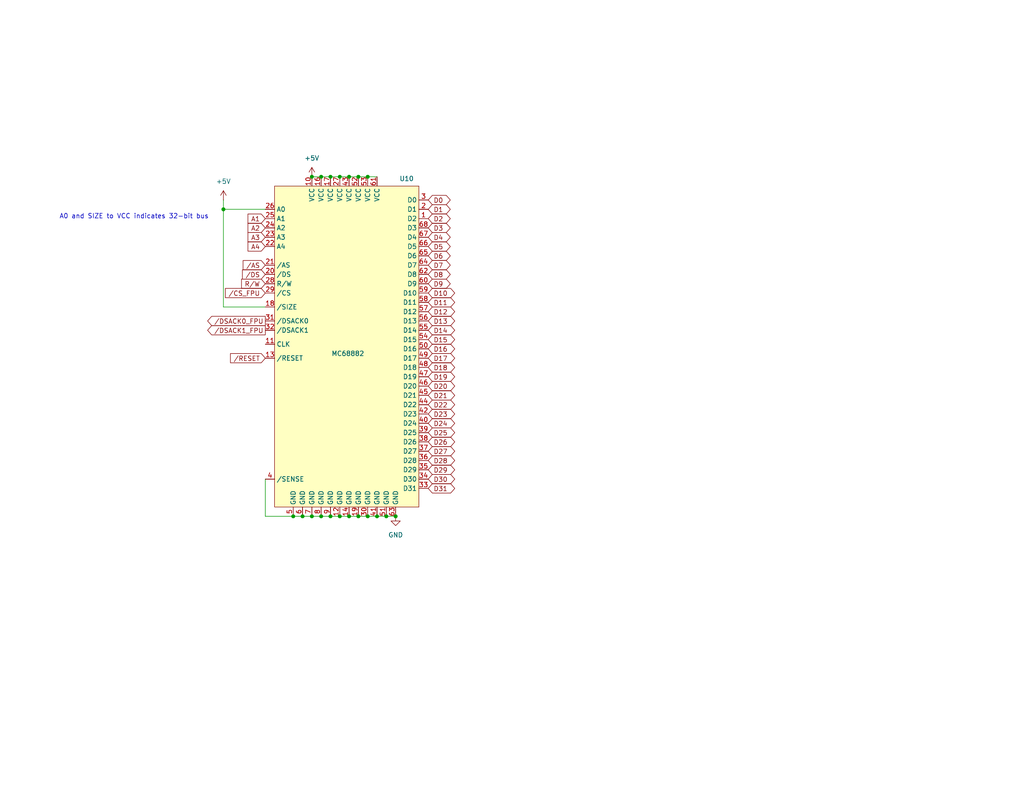
<source format=kicad_sch>
(kicad_sch (version 20231120) (generator "eeschema") (generator_version "8.0")
  (paper "A")
  (title_block (title "Mackerel-30 Proto") (date "2024-10-05") (rev "1.0") (company "Colin Maykish"))
  (lib_symbols
    (symbol "mackerel-68k-symbols:MC68882"
      (property "Reference" "U" (at 15.494 48.006 0))
      (property "Value" "MC68882" (at 1.016 2.54 0))
      (symbol "MC68882_1_1"
        (rectangle (start -19.05 45.72) (end 20.32 -41.91) (fill (type background)))
        (pin input line (at 22.86 36.83 180) (length 2.54) (name "D2") (number "1"))
        (pin input line (at -8.89 48.26 270) (length 2.54) (name "VCC") (number "10"))
        (pin input line (at -21.59 2.54 0) (length 2.54) (name "CLK") (number "11"))
        (pin input line (at -1.27 -44.45 90) (length 2.54) (name "GND") (number "12"))
        (pin input line (at -21.59 -1.27 0) (length 2.54) (name "/RESET") (number "13"))
        (pin input line (at 1.27 -44.45 90) (length 2.54) (name "GND") (number "14"))
        (pin no_connect line (at -21.59 -30.48 0) (length 2.54) hide (name "NC") (number "15"))
        (pin input line (at -6.35 48.26 270) (length 2.54) (name "VCC") (number "16"))
        (pin input line (at -3.81 48.26 270) (length 2.54) (name "VCC") (number "17"))
        (pin input line (at -21.59 12.7 0) (length 2.54) (name "/SIZE") (number "18"))
        (pin input line (at 3.81 -44.45 90) (length 2.54) (name "GND") (number "19"))
        (pin input line (at 22.86 39.37 180) (length 2.54) (name "D1") (number "2"))
        (pin input line (at -21.59 21.59 0) (length 2.54) (name "/DS") (number "20"))
        (pin input line (at -21.59 24.13 0) (length 2.54) (name "/AS") (number "21"))
        (pin input line (at -21.59 29.21 0) (length 2.54) (name "A4") (number "22"))
        (pin input line (at -21.59 31.75 0) (length 2.54) (name "A3") (number "23"))
        (pin input line (at -21.59 34.29 0) (length 2.54) (name "A2") (number "24"))
        (pin input line (at -21.59 36.83 0) (length 2.54) (name "A1") (number "25"))
        (pin input line (at -21.59 39.37 0) (length 2.54) (name "A0") (number "26"))
        (pin input line (at -1.27 48.26 270) (length 2.54) (name "VCC") (number "27"))
        (pin input line (at -21.59 19.05 0) (length 2.54) (name "R/W") (number "28"))
        (pin input line (at -21.59 16.51 0) (length 2.54) (name "/CS") (number "29"))
        (pin input line (at 22.86 41.91 180) (length 2.54) (name "D0") (number "3"))
        (pin input line (at 6.35 -44.45 90) (length 2.54) (name "GND") (number "30"))
        (pin output line (at -21.59 8.89 0) (length 2.54) (name "/DSACK0") (number "31"))
        (pin output line (at -21.59 6.35 0) (length 2.54) (name "/DSACK1") (number "32"))
        (pin input line (at 22.86 -36.83 180) (length 2.54) (name "D31") (number "33"))
        (pin input line (at 22.86 -34.29 180) (length 2.54) (name "D30") (number "34"))
        (pin input line (at 22.86 -31.75 180) (length 2.54) (name "D29") (number "35"))
        (pin input line (at 22.86 -29.21 180) (length 2.54) (name "D28") (number "36"))
        (pin input line (at 22.86 -26.67 180) (length 2.54) (name "D27") (number "37"))
        (pin input line (at 22.86 -24.13 180) (length 2.54) (name "D26") (number "38"))
        (pin input line (at 22.86 -21.59 180) (length 2.54) (name "D25") (number "39"))
        (pin input line (at -21.59 -34.29 0) (length 2.54) (name "/SENSE") (number "4"))
        (pin input line (at 22.86 -19.05 180) (length 2.54) (name "D24") (number "40"))
        (pin input line (at 8.89 -44.45 90) (length 2.54) (name "GND") (number "41"))
        (pin input line (at 22.86 -16.51 180) (length 2.54) (name "D23") (number "42"))
        (pin input line (at 1.27 48.26 270) (length 2.54) (name "VCC") (number "43"))
        (pin input line (at 22.86 -13.97 180) (length 2.54) (name "D22") (number "44"))
        (pin input line (at 22.86 -11.43 180) (length 2.54) (name "D21") (number "45"))
        (pin input line (at 22.86 -8.89 180) (length 2.54) (name "D20") (number "46"))
        (pin input line (at 22.86 -6.35 180) (length 2.54) (name "D19") (number "47"))
        (pin input line (at 22.86 -3.81 180) (length 2.54) (name "D18") (number "48"))
        (pin input line (at 22.86 -1.27 180) (length 2.54) (name "D17") (number "49"))
        (pin input line (at -13.97 -44.45 90) (length 2.54) (name "GND") (number "5"))
        (pin input line (at 22.86 1.27 180) (length 2.54) (name "D16") (number "50"))
        (pin input line (at 11.43 -44.45 90) (length 2.54) (name "GND") (number "51"))
        (pin input line (at 3.81 48.26 270) (length 2.54) (name "VCC") (number "52"))
        (pin input line (at 6.35 48.26 270) (length 2.54) (name "VCC") (number "53"))
        (pin input line (at 22.86 3.81 180) (length 2.54) (name "D15") (number "54"))
        (pin input line (at 22.86 6.35 180) (length 2.54) (name "D14") (number "55"))
        (pin input line (at 22.86 8.89 180) (length 2.54) (name "D13") (number "56"))
        (pin input line (at 22.86 11.43 180) (length 2.54) (name "D12") (number "57"))
        (pin input line (at 22.86 13.97 180) (length 2.54) (name "D11") (number "58"))
        (pin input line (at 22.86 16.51 180) (length 2.54) (name "D10") (number "59"))
        (pin input line (at -11.43 -44.45 90) (length 2.54) (name "GND") (number "6"))
        (pin input line (at 22.86 19.05 180) (length 2.54) (name "D9") (number "60"))
        (pin input line (at 8.89 48.26 270) (length 2.54) (name "VCC") (number "61"))
        (pin input line (at 22.86 21.59 180) (length 2.54) (name "D8") (number "62"))
        (pin input line (at 13.97 -44.45 90) (length 2.54) (name "GND") (number "63"))
        (pin input line (at 22.86 24.13 180) (length 2.54) (name "D7") (number "64"))
        (pin input line (at 22.86 26.67 180) (length 2.54) (name "D6") (number "65"))
        (pin input line (at 22.86 29.21 180) (length 2.54) (name "D5") (number "66"))
        (pin input line (at 22.86 31.75 180) (length 2.54) (name "D4") (number "67"))
        (pin input line (at 22.86 34.29 180) (length 2.54) (name "D3") (number "68"))
        (pin input line (at -8.89 -44.45 90) (length 2.54) (name "GND") (number "7"))
        (pin input line (at -6.35 -44.45 90) (length 2.54) (name "GND") (number "8"))
        (pin input line (at -3.81 -44.45 90) (length 2.54) (name "GND") (number "9"))
      )
    )
    (symbol "power:+5V" (power) (pin_numbers hide) (pin_names (offset 0) hide)
      (property "Value" "+5V" (at 0 3.556 0))
      (symbol "+5V_0_1"
        (polyline (pts (xy -0.762 1.27) (xy 0 2.54)))
        (polyline (pts (xy 0 0) (xy 0 2.54)))
        (polyline (pts (xy 0 2.54) (xy 0.762 1.27)))
      )
      (symbol "+5V_1_1"
        (pin power_in line (at 0 0 90) (length 0) (name "~") (number "1"))
      )
    )
    (symbol "power:GND" (power) (pin_numbers hide) (pin_names (offset 0) hide)
      (property "Value" "GND" (at 0 -3.81 0))
      (symbol "GND_0_1"
        (polyline (pts (xy 0 0) (xy 0 -1.27) (xy 1.27 -1.27) (xy 0 -2.54) (xy -1.27 -1.27) (xy 0 -1.27)))
      )
      (symbol "GND_1_1"
        (pin power_in line (at 0 0 270) (length 0) (name "~") (number "1"))
      )
    )
  )
  (junction (at 87.63 48.26))
  (junction (at 102.87 140.97))
  (junction (at 92.71 140.97))
  (junction (at 85.09 140.97))
  (junction (at 82.55 140.97))
  (junction (at 100.33 48.26))
  (junction (at 105.41 140.97))
  (junction (at 95.25 140.97))
  (junction (at 107.95 140.97))
  (junction (at 92.71 48.26))
  (junction (at 95.25 48.26))
  (junction (at 80.01 140.97))
  (junction (at 85.09 48.26))
  (junction (at 60.96 57.15))
  (junction (at 87.63 140.97))
  (junction (at 97.79 48.26))
  (junction (at 90.17 140.97))
  (junction (at 90.17 48.26))
  (junction (at 97.79 140.97))
  (junction (at 100.33 140.97))
  (wire (pts (xy 60.96 57.15) (xy 72.39 57.15)))
  (wire (pts (xy 102.87 140.97) (xy 105.41 140.97)))
  (wire (pts (xy 90.17 48.26) (xy 92.71 48.26)))
  (wire (pts (xy 87.63 48.26) (xy 90.17 48.26)))
  (wire (pts (xy 82.55 140.97) (xy 85.09 140.97)))
  (wire (pts (xy 72.39 140.97) (xy 80.01 140.97)))
  (wire (pts (xy 105.41 140.97) (xy 107.95 140.97)))
  (wire (pts (xy 80.01 140.97) (xy 82.55 140.97)))
  (wire (pts (xy 72.39 83.82) (xy 60.96 83.82)))
  (wire (pts (xy 60.96 54.61) (xy 60.96 57.15)))
  (wire (pts (xy 85.09 48.26) (xy 87.63 48.26)))
  (wire (pts (xy 95.25 140.97) (xy 97.79 140.97)))
  (wire (pts (xy 60.96 83.82) (xy 60.96 57.15)))
  (wire (pts (xy 72.39 130.81) (xy 72.39 140.97)))
  (wire (pts (xy 87.63 140.97) (xy 90.17 140.97)))
  (wire (pts (xy 100.33 140.97) (xy 102.87 140.97)))
  (wire (pts (xy 95.25 48.26) (xy 97.79 48.26)))
  (wire (pts (xy 97.79 48.26) (xy 100.33 48.26)))
  (wire (pts (xy 97.79 140.97) (xy 100.33 140.97)))
  (wire (pts (xy 92.71 140.97) (xy 95.25 140.97)))
  (wire (pts (xy 90.17 140.97) (xy 92.71 140.97)))
  (wire (pts (xy 100.33 48.26) (xy 102.87 48.26)))
  (wire (pts (xy 85.09 140.97) (xy 87.63 140.97)))
  (wire (pts (xy 92.71 48.26) (xy 95.25 48.26)))
  (text "A0 and SIZE to VCC indicates 32-bit bus" (at 36.576 59.182 0) (effects (font (size 1.27 1.27))))
  (global_label "D29" (shape bidirectional) (at 116.84 128.27 0) (property "Intersheetrefs" "${INTERSHEET_REFS}" (effects (hide yes))))
  (global_label "D9" (shape bidirectional) (at 116.84 77.47 0) (property "Intersheetrefs" "${INTERSHEET_REFS}" (effects (hide yes))))
  (global_label "D24" (shape bidirectional) (at 116.84 115.57 0) (property "Intersheetrefs" "${INTERSHEET_REFS}" (effects (hide yes))))
  (global_label "A4" (shape input) (at 72.39 67.31 180) (property "Intersheetrefs" "${INTERSHEET_REFS}" (effects (hide yes))))
  (global_label "D11" (shape bidirectional) (at 116.84 82.55 0) (property "Intersheetrefs" "${INTERSHEET_REFS}" (effects (hide yes))))
  (global_label "{slash}RESET" (shape input) (at 72.39 97.79 180) (property "Intersheetrefs" "${INTERSHEET_REFS}" (effects (hide yes))))
  (global_label "D5" (shape bidirectional) (at 116.84 67.31 0) (property "Intersheetrefs" "${INTERSHEET_REFS}" (effects (hide yes))))
  (global_label "{slash}DS" (shape input) (at 72.39 74.93 180) (property "Intersheetrefs" "${INTERSHEET_REFS}" (effects (hide yes))))
  (global_label "D10" (shape bidirectional) (at 116.84 80.01 0) (property "Intersheetrefs" "${INTERSHEET_REFS}" (effects (hide yes))))
  (global_label "D1" (shape bidirectional) (at 116.84 57.15 0) (property "Intersheetrefs" "${INTERSHEET_REFS}" (effects (hide yes))))
  (global_label "D17" (shape bidirectional) (at 116.84 97.79 0) (property "Intersheetrefs" "${INTERSHEET_REFS}" (effects (hide yes))))
  (global_label "R{slash}W" (shape input) (at 72.39 77.47 180) (property "Intersheetrefs" "${INTERSHEET_REFS}" (effects (hide yes))))
  (global_label "A3" (shape input) (at 72.39 64.77 180) (property "Intersheetrefs" "${INTERSHEET_REFS}" (effects (hide yes))))
  (global_label "D8" (shape bidirectional) (at 116.84 74.93 0) (property "Intersheetrefs" "${INTERSHEET_REFS}" (effects (hide yes))))
  (global_label "D0" (shape bidirectional) (at 116.84 54.61 0) (property "Intersheetrefs" "${INTERSHEET_REFS}" (effects (hide yes))))
  (global_label "D7" (shape bidirectional) (at 116.84 72.39 0) (property "Intersheetrefs" "${INTERSHEET_REFS}" (effects (hide yes))))
  (global_label "D4" (shape bidirectional) (at 116.84 64.77 0) (property "Intersheetrefs" "${INTERSHEET_REFS}" (effects (hide yes))))
  (global_label "D25" (shape bidirectional) (at 116.84 118.11 0) (property "Intersheetrefs" "${INTERSHEET_REFS}" (effects (hide yes))))
  (global_label "D23" (shape bidirectional) (at 116.84 113.03 0) (property "Intersheetrefs" "${INTERSHEET_REFS}" (effects (hide yes))))
  (global_label "D16" (shape bidirectional) (at 116.84 95.25 0) (property "Intersheetrefs" "${INTERSHEET_REFS}" (effects (hide yes))))
  (global_label "D21" (shape bidirectional) (at 116.84 107.95 0) (property "Intersheetrefs" "${INTERSHEET_REFS}" (effects (hide yes))))
  (global_label "D19" (shape bidirectional) (at 116.84 102.87 0) (property "Intersheetrefs" "${INTERSHEET_REFS}" (effects (hide yes))))
  (global_label "D30" (shape bidirectional) (at 116.84 130.81 0) (property "Intersheetrefs" "${INTERSHEET_REFS}" (effects (hide yes))))
  (global_label "D31" (shape bidirectional) (at 116.84 133.35 0) (property "Intersheetrefs" "${INTERSHEET_REFS}" (effects (hide yes))))
  (global_label "D6" (shape bidirectional) (at 116.84 69.85 0) (property "Intersheetrefs" "${INTERSHEET_REFS}" (effects (hide yes))))
  (global_label "D3" (shape bidirectional) (at 116.84 62.23 0) (property "Intersheetrefs" "${INTERSHEET_REFS}" (effects (hide yes))))
  (global_label "A2" (shape input) (at 72.39 62.23 180) (property "Intersheetrefs" "${INTERSHEET_REFS}" (effects (hide yes))))
  (global_label "D13" (shape bidirectional) (at 116.84 87.63 0) (property "Intersheetrefs" "${INTERSHEET_REFS}" (effects (hide yes))))
  (global_label "D28" (shape bidirectional) (at 116.84 125.73 0) (property "Intersheetrefs" "${INTERSHEET_REFS}" (effects (hide yes))))
  (global_label "D26" (shape bidirectional) (at 116.84 120.65 0) (property "Intersheetrefs" "${INTERSHEET_REFS}" (effects (hide yes))))
  (global_label "D15" (shape bidirectional) (at 116.84 92.71 0) (property "Intersheetrefs" "${INTERSHEET_REFS}" (effects (hide yes))))
  (global_label "D14" (shape bidirectional) (at 116.84 90.17 0) (property "Intersheetrefs" "${INTERSHEET_REFS}" (effects (hide yes))))
  (global_label "D12" (shape bidirectional) (at 116.84 85.09 0) (property "Intersheetrefs" "${INTERSHEET_REFS}" (effects (hide yes))))
  (global_label "D27" (shape bidirectional) (at 116.84 123.19 0) (property "Intersheetrefs" "${INTERSHEET_REFS}" (effects (hide yes))))
  (global_label "{slash}CS_FPU" (shape input) (at 72.39 80.01 180) (property "Intersheetrefs" "${INTERSHEET_REFS}" (effects (hide yes))))
  (global_label "D2" (shape bidirectional) (at 116.84 59.69 0) (property "Intersheetrefs" "${INTERSHEET_REFS}" (effects (hide yes))))
  (global_label "A1" (shape input) (at 72.39 59.69 180) (property "Intersheetrefs" "${INTERSHEET_REFS}" (effects (hide yes))))
  (global_label "{slash}DSACK1_FPU" (shape output) (at 72.39 90.17 180) (property "Intersheetrefs" "${INTERSHEET_REFS}" (effects (hide yes))))
  (global_label "D22" (shape bidirectional) (at 116.84 110.49 0) (property "Intersheetrefs" "${INTERSHEET_REFS}" (effects (hide yes))))
  (global_label "D18" (shape bidirectional) (at 116.84 100.33 0) (property "Intersheetrefs" "${INTERSHEET_REFS}" (effects (hide yes))))
  (global_label "D20" (shape bidirectional) (at 116.84 105.41 0) (property "Intersheetrefs" "${INTERSHEET_REFS}" (effects (hide yes))))
  (global_label "{slash}AS" (shape input) (at 72.39 72.39 180) (property "Intersheetrefs" "${INTERSHEET_REFS}" (effects (hide yes))))
  (global_label "{slash}DSACK0_FPU" (shape output) (at 72.39 87.63 180) (property "Intersheetrefs" "${INTERSHEET_REFS}" (effects (hide yes))))
  (symbol (lib_id "power:+5V") (at 60.96 54.61 0) (unit 1)
    (property "Reference" "#PWR053" (effects (hide yes)))
    (property "Value" "+5V" (at 60.96 49.53 0))
    (property "Description" "Power symbol creates a global label with name \"+5V\"" (effects (hide yes)))
  )
  (symbol (lib_id "mackerel-68k-symbols:MC68882") (at 93.98 96.52 0) (unit 1)
    (property "Reference" "U10" (at 108.966 48.768 0) (effects (justify left)))
    (property "Value" "MC68882" (at 90.424 96.52 0) (effects (justify left)))
    (property "Footprint" "Package_LCC:PLCC-68_THT-Socket" (effects (hide yes)))
  )
  (symbol (lib_id "power:GND") (at 107.95 140.97 0) (unit 1)
    (property "Reference" "#PWR055" (effects (hide yes)))
    (property "Value" "GND" (at 107.95 146.05 0))
    (property "Description" "Power symbol creates a global label with name \"GND\" , ground" (effects (hide yes)))
  )
  (symbol (lib_id "power:+5V") (at 85.09 48.26 0) (unit 1)
    (property "Reference" "#PWR054" (effects (hide yes)))
    (property "Value" "+5V" (at 85.09 43.18 0))
    (property "Description" "Power symbol creates a global label with name \"+5V\"" (effects (hide yes)))
  )
)
</source>
